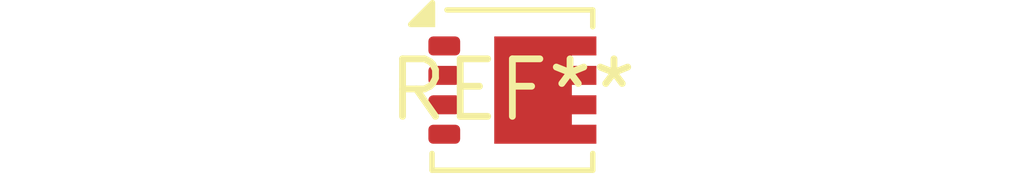
<source format=kicad_pcb>
(kicad_pcb (version 20240108) (generator pcbnew)
  (layers (0 "F.Cu" signal) (31 "B.Cu" signal) (34 "B.Paste" user) (35 "F.Paste" user) (36 "B.SilkS" user "B.Silkscreen") (37 "F.SilkS" user "F.Silkscreen") (38 "B.Mask" user) (39 "F.Mask" user) (44 "Edge.Cuts" user))
  (net 0 "")
  (footprint "Diodes_PowerDI3333-8" (layer "F.Cu") (at 0 0)
    (property "Reference" "REF**")
    (property "Value" "Diodes_PowerDI3333-8")
    (fp_line (start -1.77 1.77) (end -1.77 1.4) (layer "F.SilkS") (stroke (width 0.12)))
    (fp_line (start -1.77 1.77) (end 1.77 1.77) (layer "F.SilkS") (stroke (width 0.12)))
    (fp_line (start 1.77 -1.77) (end -1.44 -1.77) (layer "F.SilkS") (stroke (width 0.12)))
    (fp_line (start 1.77 -1.77) (end 1.77 -1.4) (layer "F.SilkS") (stroke (width 0.12)))
    (fp_line (start 1.77 1.77) (end 1.77 1.4) (layer "F.SilkS") (stroke (width 0.12)))
    (fp_poly (pts (xy -1.76 -1.45) (xy -2.24 -1.45) (xy -1.76 -1.93) (xy -1.76 -1.45)) (layer "F.SilkS") (stroke (width 0.12)) (fill solid))
    (pad "1" smd roundrect (at -1.5 -0.975) (size 0.7 0.42) (layers "F.Cu" "F.Paste" "F.Mask"))
    (pad "2" smd roundrect (at -1.5 -0.325) (size 0.7 0.42) (layers "F.Cu" "F.Paste" "F.Mask"))
    (pad "3" smd roundrect (at -1.5 0.325) (size 0.7 0.42) (layers "F.Cu" "F.Paste" "F.Mask"))
    (pad "4" smd roundrect (at -1.5 0.975) (size 0.7 0.42) (layers "F.Cu" "F.Paste" "F.Mask"))
    (pad "5" smd custom (at 0.455 0) (size 1.71 2.37) (layers "F.Cu" "F.Mask") (options (clearance outline) (anchor rect)) (primitives (gr_poly (pts (xy 1.395 1.185) (xy 0.855 1.185) (xy 0.855 0.765) (xy 1.395 0.765)) (width 0) (fill yes)) (gr_poly (pts (xy 1.395 0.535) (xy 0.855 0.535) (xy 0.855 0.115) (xy 1.395 0.115)) (width 0) (fill yes)) (gr_poly (pts (xy 1.395 -0.115) (xy 0.855 -0.115) (xy 0.855 -0.535) (xy 1.395 -0.535)) (width 0) (fill yes)) (gr_poly (pts (xy 1.395 -0.765) (xy 0.855 -0.765) (xy 0.855 -1.185) (xy 1.395 -1.185)) (width 0) (fill yes))))
  )
)
</source>
